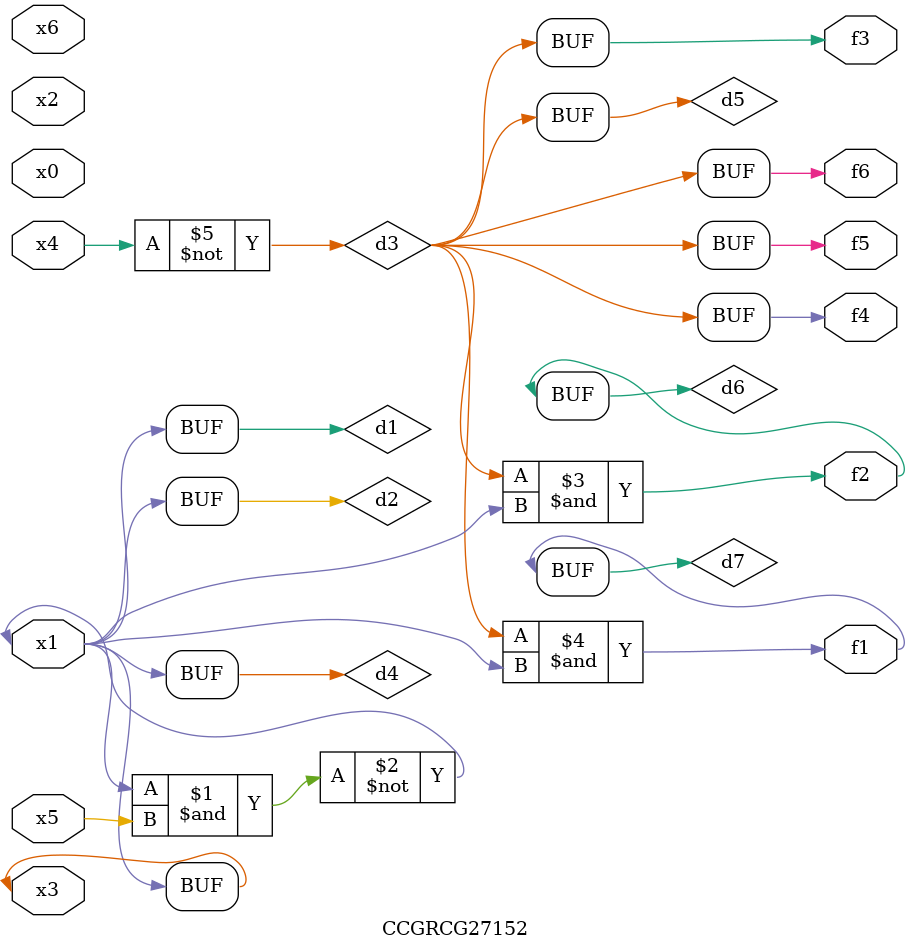
<source format=v>
module CCGRCG27152(
	input x0, x1, x2, x3, x4, x5, x6,
	output f1, f2, f3, f4, f5, f6
);

	wire d1, d2, d3, d4, d5, d6, d7;

	buf (d1, x1, x3);
	nand (d2, x1, x5);
	not (d3, x4);
	buf (d4, d1, d2);
	buf (d5, d3);
	and (d6, d3, d4);
	and (d7, d3, d4);
	assign f1 = d7;
	assign f2 = d6;
	assign f3 = d5;
	assign f4 = d5;
	assign f5 = d5;
	assign f6 = d5;
endmodule

</source>
